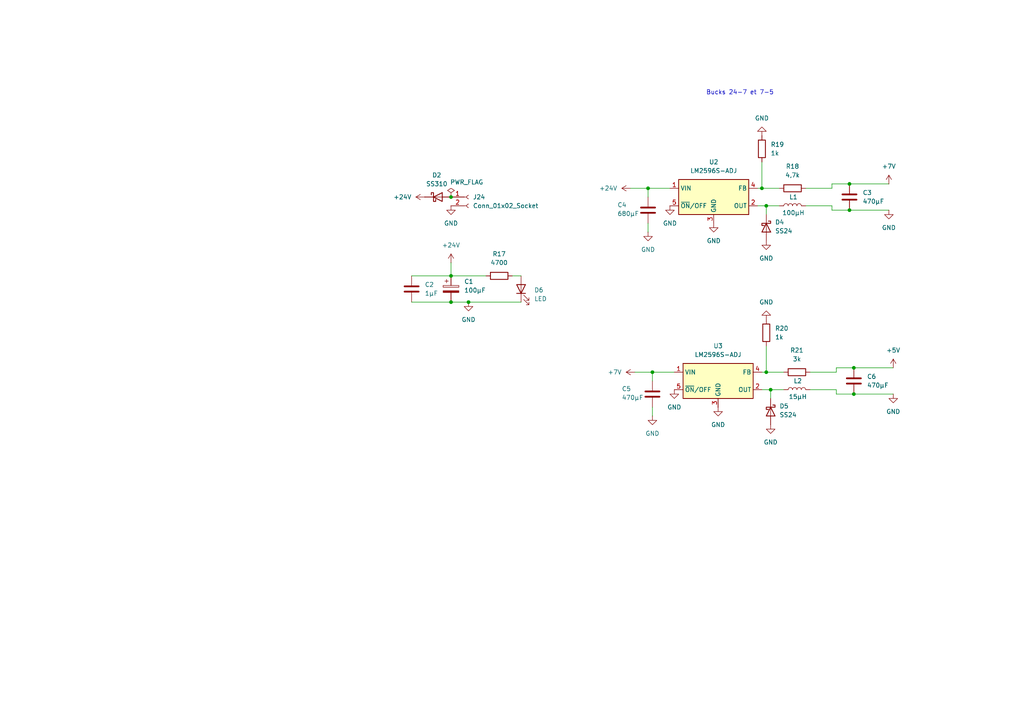
<source format=kicad_sch>
(kicad_sch (version 20250114) (generator "eeschema") (generator_version "9.0")
  (paper "A4")
  (lib_symbols
    (symbol "Connector:Conn_01x02_Socket" (pin_names (offset 1.016) (hide yes))
      (property "Reference" "J" (at 0 2.54 0))
      (property "Value" "Conn_01x02_Socket" (at 0 -5.08 0))
      (symbol "Conn_01x02_Socket_1_1"
        (polyline (pts (xy -1.27 0) (xy -0.508 0)) (stroke (width 0.1524)))
        (polyline (pts (xy -1.27 -2.54) (xy -0.508 -2.54)) (stroke (width 0.1524)))
        (arc (start 0 -0.508) (mid -0.5058 0) (end 0 0.508) (stroke (width 0.1524)))
        (arc (start 0 -3.048) (mid -0.5058 -2.54) (end 0 -2.032) (stroke (width 0.1524)))
        (pin passive line (at -5.08 0 0) (length 3.81) (name "Pin_1") (number "1"))
        (pin passive line (at -5.08 -2.54 0) (length 3.81) (name "Pin_2") (number "2"))
      )
    )
    (symbol "Device:C" (pin_numbers (hide yes)) (pin_names (offset 0.254))
      (property "Reference" "C" (at 0.635 2.54 0))
      (property "Value" "C" (at 0.635 -2.54 0))
      (symbol "C_0_1"
        (polyline (pts (xy -2.032 0.762) (xy 2.032 0.762)) (stroke (width 0.508)))
        (polyline (pts (xy -2.032 -0.762) (xy 2.032 -0.762)) (stroke (width 0.508)))
      )
      (symbol "C_1_1"
        (pin passive line (at 0 3.81 270) (length 2.794) (name "~") (number "1"))
        (pin passive line (at 0 -3.81 90) (length 2.794) (name "~") (number "2"))
      )
    )
    (symbol "Device:C_Polarized" (pin_numbers (hide yes)) (pin_names (offset 0.254))
      (property "Reference" "C" (at 0.635 2.54 0))
      (property "Value" "C_Polarized" (at 0.635 -2.54 0))
      (symbol "C_Polarized_0_1"
        (rectangle (start -2.286 0.508) (end 2.286 1.016))
        (polyline (pts (xy -1.778 2.286) (xy -0.762 2.286)))
        (polyline (pts (xy -1.27 2.794) (xy -1.27 1.778)))
        (rectangle (start 2.286 -0.508) (end -2.286 -1.016) (fill (type outline)))
      )
      (symbol "C_Polarized_1_1"
        (pin passive line (at 0 3.81 270) (length 2.794) (name "~") (number "1"))
        (pin passive line (at 0 -3.81 90) (length 2.794) (name "~") (number "2"))
      )
    )
    (symbol "Device:LED" (pin_numbers (hide yes)) (pin_names (offset 1.016) (hide yes))
      (property "Reference" "D" (at 0 2.54 0))
      (property "Value" "LED" (at 0 -2.54 0))
      (symbol "LED_0_1"
        (polyline (pts (xy -3.048 -0.762) (xy -4.572 -2.286) (xy -3.81 -2.286) (xy -4.572 -2.286) (xy -4.572 -1.524)))
        (polyline (pts (xy -1.778 -0.762) (xy -3.302 -2.286) (xy -2.54 -2.286) (xy -3.302 -2.286) (xy -3.302 -1.524)))
        (polyline (pts (xy -1.27 0) (xy 1.27 0)))
        (polyline (pts (xy -1.27 -1.27) (xy -1.27 1.27)) (stroke (width 0.254)))
        (polyline (pts (xy 1.27 -1.27) (xy 1.27 1.27) (xy -1.27 0) (xy 1.27 -1.27)) (stroke (width 0.254)))
      )
      (symbol "LED_1_1"
        (pin passive line (at -3.81 0 0) (length 2.54) (name "K") (number "1"))
        (pin passive line (at 3.81 0 180) (length 2.54) (name "A") (number "2"))
      )
    )
    (symbol "Device:R" (pin_numbers (hide yes)) (pin_names (offset 0))
      (property "Reference" "R" (at 2.032 0 90))
      (property "Value" "R" (at 0 0 90))
      (symbol "R_0_1"
        (rectangle (start -1.016 -2.54) (end 1.016 2.54) (stroke (width 0.254)))
      )
      (symbol "R_1_1"
        (pin passive line (at 0 3.81 270) (length 1.27) (name "~") (number "1"))
        (pin passive line (at 0 -3.81 90) (length 1.27) (name "~") (number "2"))
      )
    )
    (symbol "Diode:SS310" (pin_numbers (hide yes)) (pin_names (offset 1.016) (hide yes))
      (property "Reference" "D" (at 0 2.54 0))
      (property "Value" "SS310" (at 0 -2.54 0))
      (symbol "SS310_0_1"
        (polyline (pts (xy -1.905 0.635) (xy -1.905 1.27) (xy -1.27 1.27) (xy -1.27 -1.27) (xy -0.635 -1.27) (xy -0.635 -0.635)) (stroke (width 0.254)))
        (polyline (pts (xy 1.27 1.27) (xy 1.27 -1.27) (xy -1.27 0) (xy 1.27 1.27)) (stroke (width 0.254)))
        (polyline (pts (xy 1.27 0) (xy -1.27 0)))
      )
      (symbol "SS310_1_1"
        (pin passive line (at -3.81 0 0) (length 2.54) (name "K") (number "1"))
        (pin passive line (at 3.81 0 180) (length 2.54) (name "A") (number "2"))
      )
    )
    (symbol "ISI-Capacitor:C_1206" (pin_numbers (hide yes)) (pin_names (offset 0.254))
      (property "Reference" "C" (at 0.635 2.54 0))
      (property "Value" "C_Gen" (at 0.635 -2.54 0))
      (symbol "C_1206_0_1"
        (polyline (pts (xy -2.032 0.762) (xy 2.032 0.762)) (stroke (width 0.508)))
        (polyline (pts (xy -2.032 -0.762) (xy 2.032 -0.762)) (stroke (width 0.508)))
      )
      (symbol "C_1206_1_1"
        (pin passive line (at 0 3.81 270) (length 2.794) (name "~") (number "1"))
        (pin passive line (at 0 -3.81 90) (length 2.794) (name "~") (number "2"))
      )
    )
    (symbol "ISI-Diodes:SS24" (pin_numbers (hide yes)) (pin_names (offset 1.016) (hide yes))
      (property "Reference" "D" (at 0 2.54 0))
      (property "Value" "SS24" (at 0 -2.54 0))
      (symbol "SS24_0_1"
        (polyline (pts (xy -1.905 0.635) (xy -1.905 1.27) (xy -1.27 1.27) (xy -1.27 -1.27) (xy -0.635 -1.27) (xy -0.635 -0.635)) (stroke (width 0.254)))
        (polyline (pts (xy 1.27 1.27) (xy 1.27 -1.27) (xy -1.27 0) (xy 1.27 1.27)) (stroke (width 0.254)))
        (polyline (pts (xy 1.27 0) (xy -1.27 0)))
      )
      (symbol "SS24_1_1"
        (pin passive line (at -3.81 0 0) (length 2.54) (name "K") (number "1"))
        (pin passive line (at 3.81 0 180) (length 2.54) (name "A") (number "2"))
      )
    )
    (symbol "ISI-IC:LM2596S-ADJ"
      (property "Reference" "U" (at -10.16 6.35 0))
      (property "Value" "LM2596S-ADJ" (at 0 6.35 0))
      (symbol "LM2596S-ADJ_0_1"
        (rectangle (start -10.16 5.08) (end 10.16 -5.08) (stroke (width 0.254)) (fill (type background)))
      )
      (symbol "LM2596S-ADJ_1_1"
        (pin power_in line (at -12.7 2.54 0) (length 2.54) (name "VIN") (number "1"))
        (pin input line (at -12.7 -2.54 0) (length 2.54) (name "~{ON}/OFF") (number "5"))
        (pin power_in line (at 0 -7.62 90) (length 2.54) (name "GND") (number "3"))
        (pin input line (at 12.7 2.54 180) (length 2.54) (name "FB") (number "4"))
        (pin output line (at 12.7 -2.54 180) (length 2.54) (name "OUT") (number "2"))
      )
    )
    (symbol "ISI-Inductor:CE201210-2N2D" (pin_numbers (hide yes)) (pin_names (offset 1.016) (hide yes))
      (property "Reference" "L" (at -1.27 0 90))
      (property "Value" "L" (at 1.905 0 90))
      (symbol "CE201210-2N2D_0_1"
        (arc (start 0 2.54) (mid 0.6323 1.905) (end 0 1.27))
        (arc (start 0 1.27) (mid 0.6323 0.635) (end 0 0))
        (arc (start 0 0) (mid 0.6323 -0.635) (end 0 -1.27))
        (arc (start 0 -1.27) (mid 0.6323 -1.905) (end 0 -2.54))
      )
      (symbol "CE201210-2N2D_1_1"
        (pin passive line (at 0 3.81 270) (length 1.27) (name "1") (number "1"))
        (pin passive line (at 0 -3.81 90) (length 1.27) (name "2") (number "2"))
      )
    )
    (symbol "power:+24V" (power) (pin_numbers (hide yes)) (pin_names (offset 0) (hide yes))
      (property "Value" "+24V" (at 0 3.556 0))
      (symbol "+24V_0_1"
        (polyline (pts (xy -0.762 1.27) (xy 0 2.54)))
        (polyline (pts (xy 0 2.54) (xy 0.762 1.27)))
        (polyline (pts (xy 0 0) (xy 0 2.54)))
      )
      (symbol "+24V_1_1"
        (pin power_in line (at 0 0 90) (length 0) (name "~") (number "1"))
      )
    )
    (symbol "power:+6V" (power) (pin_numbers (hide yes)) (pin_names (offset 0) (hide yes))
      (property "Value" "+6V" (at 0 3.556 0))
      (symbol "+6V_0_1"
        (polyline (pts (xy -0.762 1.27) (xy 0 2.54)))
        (polyline (pts (xy 0 2.54) (xy 0.762 1.27)))
        (polyline (pts (xy 0 0) (xy 0 2.54)))
      )
      (symbol "+6V_1_1"
        (pin power_in line (at 0 0 90) (length 0) (name "~") (number "1"))
      )
    )
    (symbol "power:GND" (power) (pin_numbers (hide yes)) (pin_names (offset 0) (hide yes))
      (property "Value" "GND" (at 0 -3.81 0))
      (symbol "GND_0_1"
        (polyline (pts (xy 0 0) (xy 0 -1.27) (xy 1.27 -1.27) (xy 0 -2.54) (xy -1.27 -1.27) (xy 0 -1.27)))
      )
      (symbol "GND_1_1"
        (pin power_in line (at 0 0 270) (length 0) (name "~") (number "1"))
      )
    )
    (symbol "power:PWR_FLAG" (power) (pin_numbers (hide yes)) (pin_names (offset 0) (hide yes))
      (property "Value" "PWR_FLAG" (at 0 3.81 0))
      (symbol "PWR_FLAG_0_0"
        (pin power_out line (at 0 0 90) (length 0) (name "~") (number "1"))
      )
      (symbol "PWR_FLAG_0_1"
        (polyline (pts (xy 0 0) (xy 0 1.27) (xy -1.016 1.905) (xy 0 2.54) (xy 1.016 1.905) (xy 0 1.27)))
      )
    )
  )
  (text "Bucks 24-7 et 7-5" (at 214.63 26.924 0) (effects (font (size 1.27 1.27))))
  (junction (at 222.25 107.95))
  (junction (at 246.38 53.34))
  (junction (at 130.81 87.63))
  (junction (at 223.52 113.03))
  (junction (at 135.89 87.63))
  (junction (at 130.81 57.15))
  (junction (at 130.81 80.01))
  (junction (at 220.98 54.61))
  (junction (at 189.23 107.95))
  (junction (at 246.38 60.96))
  (junction (at 222.25 59.69))
  (junction (at 187.96 54.61))
  (junction (at 247.65 114.3))
  (junction (at 247.65 106.68))
  (wire (pts (xy 242.57 106.68) (xy 247.65 106.68)))
  (wire (pts (xy 219.71 54.61) (xy 220.98 54.61)))
  (wire (pts (xy 135.89 87.63) (xy 151.13 87.63)))
  (wire (pts (xy 222.25 107.95) (xy 227.33 107.95)))
  (wire (pts (xy 187.96 64.77) (xy 187.96 67.31)))
  (wire (pts (xy 246.38 53.34) (xy 257.81 53.34)))
  (wire (pts (xy 182.88 54.61) (xy 187.96 54.61)))
  (wire (pts (xy 247.65 114.3) (xy 259.08 114.3)))
  (wire (pts (xy 242.57 107.95) (xy 242.57 106.68)))
  (wire (pts (xy 148.59 80.01) (xy 151.13 80.01)))
  (wire (pts (xy 130.81 87.63) (xy 135.89 87.63)))
  (wire (pts (xy 247.65 106.68) (xy 259.08 106.68)))
  (wire (pts (xy 242.57 113.03) (xy 234.95 113.03)))
  (wire (pts (xy 241.3 59.69) (xy 233.68 59.69)))
  (wire (pts (xy 242.57 113.03) (xy 242.57 114.3)))
  (wire (pts (xy 219.71 59.69) (xy 222.25 59.69)))
  (wire (pts (xy 189.23 107.95) (xy 195.58 107.95)))
  (wire (pts (xy 220.98 46.99) (xy 220.98 54.61)))
  (wire (pts (xy 241.3 60.96) (xy 246.38 60.96)))
  (wire (pts (xy 189.23 118.11) (xy 189.23 120.65)))
  (wire (pts (xy 246.38 60.96) (xy 257.81 60.96)))
  (wire (pts (xy 222.25 100.33) (xy 222.25 107.95)))
  (wire (pts (xy 223.52 113.03) (xy 227.33 113.03)))
  (wire (pts (xy 119.38 87.63) (xy 130.81 87.63)))
  (wire (pts (xy 130.81 76.2) (xy 130.81 80.01)))
  (wire (pts (xy 220.98 113.03) (xy 223.52 113.03)))
  (wire (pts (xy 187.96 54.61) (xy 194.31 54.61)))
  (wire (pts (xy 241.3 59.69) (xy 241.3 60.96)))
  (wire (pts (xy 222.25 59.69) (xy 226.06 59.69)))
  (wire (pts (xy 184.15 107.95) (xy 189.23 107.95)))
  (wire (pts (xy 222.25 59.69) (xy 222.25 62.23)))
  (wire (pts (xy 241.3 54.61) (xy 241.3 53.34)))
  (wire (pts (xy 233.68 54.61) (xy 241.3 54.61)))
  (wire (pts (xy 220.98 107.95) (xy 222.25 107.95)))
  (wire (pts (xy 187.96 54.61) (xy 187.96 57.15)))
  (wire (pts (xy 241.3 53.34) (xy 246.38 53.34)))
  (wire (pts (xy 234.95 107.95) (xy 242.57 107.95)))
  (wire (pts (xy 189.23 107.95) (xy 189.23 110.49)))
  (wire (pts (xy 242.57 114.3) (xy 247.65 114.3)))
  (wire (pts (xy 220.98 54.61) (xy 226.06 54.61)))
  (wire (pts (xy 119.38 80.01) (xy 130.81 80.01)))
  (wire (pts (xy 223.52 113.03) (xy 223.52 115.57)))
  (wire (pts (xy 130.81 80.01) (xy 140.97 80.01)))
  (symbol (lib_id "power:GND") (at 187.96 67.31 0) (unit 1)
    (property "Reference" "#PWR066" (effects (hide yes)))
    (property "Value" "GND" (at 187.96 72.39 0))
    (property "Description" "Power symbol creates a global label with name \"GND\" , ground" (effects (hide yes)))
  )
  (symbol (lib_id "power:+6V") (at 259.08 106.68 0) (unit 1)
    (property "Reference" "#PWR074" (effects (hide yes)))
    (property "Value" "+5V" (at 259.08 101.6 0))
    (property "Description" "Power symbol creates a global label with name \"+6V\"" (effects (hide yes)))
  )
  (symbol (lib_id "ISI-Capacitor:C_1206") (at 189.23 114.3 0) (unit 1)
    (property "Reference" "C5" (at 180.34 112.776 0) (effects (justify left)))
    (property "Value" "470µF" (at 180.34 115.316 0) (effects (justify left)))
    (property "Footprint" "ISI-Capacitor:C_1206_3216Metric_Pad1.33x1.80mm_HandSolder" (effects (hide yes)))
    (property "Description" "Unpolarized capacitor 1206 SMD" (effects (hide yes)))
  )
  (symbol (lib_id "Device:R") (at 220.98 43.18 180) (unit 1)
    (property "Reference" "R19" (at 223.52 41.9099 0) (effects (justify right)))
    (property "Value" "1k" (at 223.52 44.4499 0) (effects (justify right)))
    (property "Footprint" "Resistor_SMD:R_1206_3216Metric" (effects (hide yes)))
    (property "Description" "Resistor" (effects (hide yes)))
  )
  (symbol (lib_id "Device:R") (at 231.14 107.95 90) (unit 1)
    (property "Reference" "R21" (at 231.14 101.6 90))
    (property "Value" "3k" (at 231.14 104.14 90))
    (property "Footprint" "Resistor_SMD:R_1206_3216Metric" (effects (hide yes)))
    (property "Description" "Resistor" (effects (hide yes)))
  )
  (symbol (lib_id "Diode:SS310") (at 127 57.15 0) (unit 1)
    (property "Reference" "D2" (at 126.6825 50.8 0))
    (property "Value" "SS310" (at 126.6825 53.34 0))
    (property "Footprint" "Diode_SMD:D_SMA" (effects (hide yes)))
    (property "Datasheet" "https://www.microdiode.com/uploadfiles//PDF/SS32-THRU-SS3200-SMA.pdf" (effects (hide yes)))
    (property "Description" "100V 3A Schottky Diode, SMA" (effects (hide yes)))
  )
  (symbol (lib_id "power:GND") (at 257.81 60.96 0) (unit 1)
    (property "Reference" "#PWR062" (effects (hide yes)))
    (property "Value" "GND" (at 257.81 66.04 0))
    (property "Description" "Power symbol creates a global label with name \"GND\" , ground" (effects (hide yes)))
  )
  (symbol (lib_id "ISI-Capacitor:C_1206") (at 187.96 60.96 0) (unit 1)
    (property "Reference" "C4" (at 179.07 59.436 0) (effects (justify left)))
    (property "Value" "680µF" (at 179.07 61.976 0) (effects (justify left)))
    (property "Footprint" "ISI-Capacitor:C_1206_3216Metric_Pad1.33x1.80mm_HandSolder" (effects (hide yes)))
    (property "Description" "Unpolarized capacitor 1206 SMD" (effects (hide yes)))
  )
  (symbol (lib_id "ISI-Capacitor:C_1206") (at 247.65 110.49 0) (unit 1)
    (property "Reference" "C6" (at 251.46 109.2199 0) (effects (justify left)))
    (property "Value" "470µF" (at 251.46 111.7599 0) (effects (justify left)))
    (property "Footprint" "ISI-Capacitor:C_1206_3216Metric_Pad1.33x1.80mm_HandSolder" (effects (hide yes)))
    (property "Description" "Unpolarized capacitor 1206 SMD" (effects (hide yes)))
  )
  (symbol (lib_id "ISI-IC:LM2596S-ADJ") (at 208.28 110.49 0) (unit 1)
    (property "Reference" "U3" (at 208.28 100.33 0))
    (property "Value" "LM2596S-ADJ" (at 208.28 102.87 0))
    (property "Footprint" "Package_TO_SOT_SMD:TO-263-5_TabPin3" (effects (hide yes)))
    (property "Datasheet" "http://www.ti.com/lit/ds/symlink/lm2596.pdf" (effects (hide yes)))
    (property "Description" "Adjustable 3A Step-Down Voltage Regulator, TO-263" (effects (hide yes)))
  )
  (symbol (lib_id "power:GND") (at 208.28 118.11 0) (unit 1)
    (property "Reference" "#PWR071" (effects (hide yes)))
    (property "Value" "GND" (at 208.28 123.19 0))
    (property "Description" "Power symbol creates a global label with name \"GND\" , ground" (effects (hide yes)))
  )
  (symbol (lib_id "power:+24V") (at 184.15 107.95 90) (unit 1)
    (property "Reference" "#PWR068" (effects (hide yes)))
    (property "Value" "+7V" (at 180.34 107.9499 90) (effects (justify left)))
    (property "Description" "Power symbol creates a global label with name \"+24V\"" (effects (hide yes)))
  )
  (symbol (lib_id "power:GND") (at 220.98 39.37 180) (unit 1)
    (property "Reference" "#PWR060" (effects (hide yes)))
    (property "Value" "GND" (at 220.98 34.29 0))
    (property "Description" "Power symbol creates a global label with name \"GND\" , ground" (effects (hide yes)))
  )
  (symbol (lib_id "Connector:Conn_01x02_Socket") (at 135.89 57.15 0) (unit 1)
    (property "Reference" "J24" (at 137.16 57.1499 0) (effects (justify left)))
    (property "Value" "Conn_01x02_Socket" (at 137.16 59.6899 0) (effects (justify left)))
    (property "Footprint" "Connector_JST:JST_EH_B2B-EH-A_1x02_P2.50mm_Vertical" (effects (hide yes)))
    (property "Description" "Generic connector, single row, 01x02, script generated" (effects (hide yes)))
  )
  (symbol (lib_id "power:GND") (at 207.01 64.77 0) (unit 1)
    (property "Reference" "#PWR064" (effects (hide yes)))
    (property "Value" "GND" (at 207.01 69.85 0))
    (property "Description" "Power symbol creates a global label with name \"GND\" , ground" (effects (hide yes)))
  )
  (symbol (lib_id "ISI-Capacitor:C_1206") (at 246.38 57.15 0) (unit 1)
    (property "Reference" "C3" (at 250.19 55.8799 0) (effects (justify left)))
    (property "Value" "470µF" (at 250.19 58.4199 0) (effects (justify left)))
    (property "Footprint" "ISI-Capacitor:C_1206_3216Metric_Pad1.33x1.80mm_HandSolder" (effects (hide yes)))
    (property "Description" "Unpolarized capacitor 1206 SMD" (effects (hide yes)))
  )
  (symbol (lib_id "ISI-Inductor:CE201210-2N2D") (at 231.14 113.03 90) (unit 1)
    (property "Reference" "L2" (at 231.394 110.49 90))
    (property "Value" "15µH" (at 231.394 115.062 90))
    (property "Footprint" "ISI-Inductor:L_0805_2012Metric_Pad1.15x1.40mm_HandSolder" (effects (hide yes)))
    (property "Description" "Inductor" (effects (hide yes)))
  )
  (symbol (lib_id "ISI-Diodes:SS24") (at 222.25 66.04 270) (unit 1)
    (property "Reference" "D4" (at 224.79 64.4524 90) (effects (justify left)))
    (property "Value" "SS24" (at 224.79 66.9924 90) (effects (justify left)))
    (property "Footprint" "ISI-Diodes:D_SMB_Handsoldering" (effects (hide yes)))
    (property "Datasheet" "https://www.vishay.com/docs/88748/ss22.pdf" (effects (hide yes)))
    (property "Description" "40V 2A Schottky Diode, SMA" (effects (hide yes)))
  )
  (symbol (lib_id "power:GND") (at 222.25 69.85 0) (unit 1)
    (property "Reference" "#PWR063" (effects (hide yes)))
    (property "Value" "GND" (at 222.25 74.93 0))
    (property "Description" "Power symbol creates a global label with name \"GND\" , ground" (effects (hide yes)))
  )
  (symbol (lib_id "Device:C") (at 119.38 83.82 0) (unit 1)
    (property "Reference" "C2" (at 123.19 82.5499 0) (effects (justify left)))
    (property "Value" "1µF" (at 123.19 85.0899 0) (effects (justify left)))
    (property "Footprint" "Capacitor_SMD:C_1206_3216Metric" (effects (hide yes)))
    (property "Description" "Unpolarized capacitor" (effects (hide yes)))
  )
  (symbol (lib_id "ISI-Diodes:SS24") (at 223.52 119.38 270) (unit 1)
    (property "Reference" "D5" (at 226.06 117.7924 90) (effects (justify left)))
    (property "Value" "SS24" (at 226.06 120.3324 90) (effects (justify left)))
    (property "Footprint" "ISI-Diodes:D_SMB_Handsoldering" (effects (hide yes)))
    (property "Datasheet" "https://www.vishay.com/docs/88748/ss22.pdf" (effects (hide yes)))
    (property "Description" "40V 2A Schottky Diode, SMA" (effects (hide yes)))
  )
  (symbol (lib_id "power:PWR_FLAG") (at 130.81 57.15 0) (unit 1)
    (property "Reference" "#FLG02" (effects (hide yes)))
    (property "Value" "PWR_FLAG" (at 135.382 52.832 0))
    (property "Description" "Special symbol for telling ERC where power comes from" (effects (hide yes)))
  )
  (symbol (lib_id "power:+6V") (at 257.81 53.34 0) (unit 1)
    (property "Reference" "#PWR061" (effects (hide yes)))
    (property "Value" "+7V" (at 257.81 48.26 0))
    (property "Description" "Power symbol creates a global label with name \"+6V\"" (effects (hide yes)))
  )
  (symbol (lib_id "power:GND") (at 194.31 59.69 0) (unit 1)
    (property "Reference" "#PWR065" (effects (hide yes)))
    (property "Value" "GND" (at 194.31 64.77 0))
    (property "Description" "Power symbol creates a global label with name \"GND\" , ground" (effects (hide yes)))
  )
  (symbol (lib_id "power:+24V") (at 182.88 54.61 90) (unit 1)
    (property "Reference" "#PWR059" (effects (hide yes)))
    (property "Value" "+24V" (at 179.07 54.6099 90) (effects (justify left)))
    (property "Description" "Power symbol creates a global label with name \"+24V\"" (effects (hide yes)))
  )
  (symbol (lib_id "ISI-Inductor:CE201210-2N2D") (at 229.87 59.69 90) (unit 1)
    (property "Reference" "L1" (at 230.124 57.15 90))
    (property "Value" "100µH" (at 230.124 61.722 90))
    (property "Footprint" "ISI-Inductor:L_0805_2012Metric_Pad1.15x1.40mm_HandSolder" (effects (hide yes)))
    (property "Description" "Inductor" (effects (hide yes)))
  )
  (symbol (lib_id "power:GND") (at 222.25 92.71 180) (unit 1)
    (property "Reference" "#PWR072" (effects (hide yes)))
    (property "Value" "GND" (at 222.25 87.63 0))
    (property "Description" "Power symbol creates a global label with name \"GND\" , ground" (effects (hide yes)))
  )
  (symbol (lib_id "power:GND") (at 130.81 59.69 0) (unit 1)
    (property "Reference" "#PWR056" (effects (hide yes)))
    (property "Value" "GND" (at 130.81 64.77 0))
    (property "Description" "Power symbol creates a global label with name \"GND\" , ground" (effects (hide yes)))
  )
  (symbol (lib_id "Device:R") (at 229.87 54.61 90) (unit 1)
    (property "Reference" "R18" (at 229.87 48.26 90))
    (property "Value" "4,7k" (at 229.87 50.8 90))
    (property "Footprint" "Resistor_SMD:R_1206_3216Metric" (effects (hide yes)))
    (property "Description" "Resistor" (effects (hide yes)))
  )
  (symbol (lib_id "Device:R") (at 222.25 96.52 180) (unit 1)
    (property "Reference" "R20" (at 224.79 95.2499 0) (effects (justify right)))
    (property "Value" "1k" (at 224.79 97.7899 0) (effects (justify right)))
    (property "Footprint" "Resistor_SMD:R_1206_3216Metric" (effects (hide yes)))
    (property "Description" "Resistor" (effects (hide yes)))
  )
  (symbol (lib_id "power:GND") (at 259.08 114.3 0) (unit 1)
    (property "Reference" "#PWR075" (effects (hide yes)))
    (property "Value" "GND" (at 259.08 119.38 0))
    (property "Description" "Power symbol creates a global label with name \"GND\" , ground" (effects (hide yes)))
  )
  (symbol (lib_id "power:GND") (at 195.58 113.03 0) (unit 1)
    (property "Reference" "#PWR070" (effects (hide yes)))
    (property "Value" "GND" (at 195.58 118.11 0))
    (property "Description" "Power symbol creates a global label with name \"GND\" , ground" (effects (hide yes)))
  )
  (symbol (lib_id "ISI-IC:LM2596S-ADJ") (at 207.01 57.15 0) (unit 1)
    (property "Reference" "U2" (at 207.01 46.99 0))
    (property "Value" "LM2596S-ADJ" (at 207.01 49.53 0))
    (property "Footprint" "Package_TO_SOT_SMD:TO-263-5_TabPin3" (effects (hide yes)))
    (property "Datasheet" "http://www.ti.com/lit/ds/symlink/lm2596.pdf" (effects (hide yes)))
    (property "Description" "Adjustable 3A Step-Down Voltage Regulator, TO-263" (effects (hide yes)))
  )
  (symbol (lib_id "power:+24V") (at 123.19 57.15 90) (unit 1)
    (property "Reference" "#PWR055" (effects (hide yes)))
    (property "Value" "+24V" (at 119.38 57.1499 90) (effects (justify left)))
    (property "Description" "Power symbol creates a global label with name \"+24V\"" (effects (hide yes)))
  )
  (symbol (lib_id "Device:C_Polarized") (at 130.81 83.82 0) (unit 1)
    (property "Reference" "C1" (at 134.62 81.6609 0) (effects (justify left)))
    (property "Value" "100µF" (at 134.62 84.2009 0) (effects (justify left)))
    (property "Footprint" "Capacitor_Tantalum_SMD:CP_EIA-7343-20_Kemet-V" (effects (hide yes)))
    (property "Description" "Polarized capacitor" (effects (hide yes)))
  )
  (symbol (lib_id "Device:LED") (at 151.13 83.82 90) (unit 1)
    (property "Reference" "D6" (at 154.94 84.1374 90) (effects (justify right)))
    (property "Value" "LED" (at 154.94 86.6774 90) (effects (justify right)))
    (property "Footprint" "LED_SMD:LED_1206_3216Metric" (effects (hide yes)))
    (property "Description" "Light emitting diode" (effects (hide yes)))
    (property "Sim.Pins" "1=K 2=A" (effects (hide yes)))
  )
  (symbol (lib_id "power:GND") (at 135.89 87.63 0) (unit 1)
    (property "Reference" "#PWR058" (effects (hide yes)))
    (property "Value" "GND" (at 135.89 92.71 0))
    (property "Description" "Power symbol creates a global label with name \"GND\" , ground" (effects (hide yes)))
  )
  (symbol (lib_id "power:GND") (at 189.23 120.65 0) (unit 1)
    (property "Reference" "#PWR069" (effects (hide yes)))
    (property "Value" "GND" (at 189.23 125.73 0))
    (property "Description" "Power symbol creates a global label with name \"GND\" , ground" (effects (hide yes)))
  )
  (symbol (lib_id "Device:R") (at 144.78 80.01 90) (unit 1)
    (property "Reference" "R17" (at 144.78 73.66 90))
    (property "Value" "4700" (at 144.78 76.2 90))
    (property "Footprint" "Resistor_SMD:R_1206_3216Metric" (effects (hide yes)))
    (property "Description" "Resistor" (effects (hide yes)))
  )
  (symbol (lib_id "power:+24V") (at 130.81 76.2 0) (unit 1)
    (property "Reference" "#PWR057" (effects (hide yes)))
    (property "Value" "+24V" (at 130.81 71.12 0))
    (property "Description" "Power symbol creates a global label with name \"+24V\"" (effects (hide yes)))
  )
  (symbol (lib_id "power:GND") (at 223.52 123.19 0) (unit 1)
    (property "Reference" "#PWR073" (effects (hide yes)))
    (property "Value" "GND" (at 223.52 128.27 0))
    (property "Description" "Power symbol creates a global label with name \"GND\" , ground" (effects (hide yes)))
  )
)
</source>
